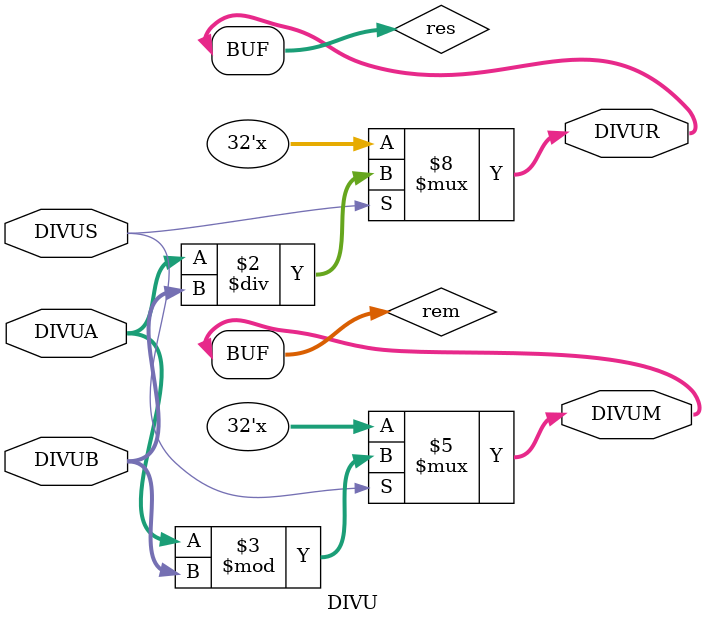
<source format=v>
`timescale 1ns / 1ps

module DIVU(
    input [31:0] DIVUA,
    input [31:0] DIVUB,
    input DIVUS,
    output [31:0] DIVUR,
    output [31:0] DIVUM
    );
    reg [31:0] res;
    reg [31:0] rem;
    always@(*)
    begin
        if(DIVUS)
        begin
            res = DIVUA / DIVUB;
            rem = DIVUA % DIVUB;
        end
    end
    assign DIVUR = res;
    assign DIVUM = rem;
endmodule

</source>
